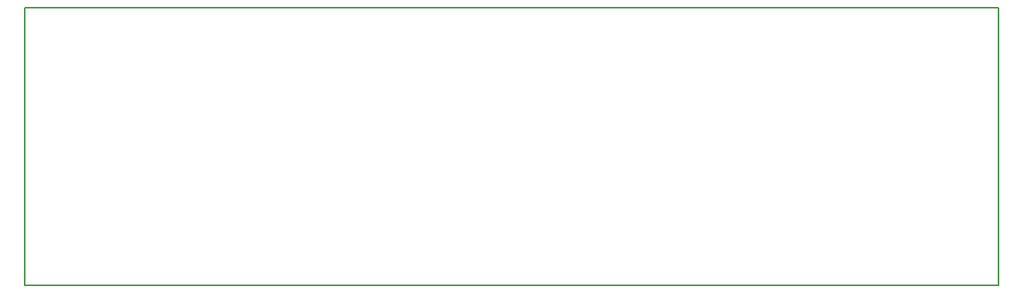
<source format=gbr>
G04 DipTrace 3.0.0.2*
G04 magpie_midi01.GBR*
%MOIN*%
G04 #@! TF.FileFunction,Profile*
G04 #@! TF.Part,Single*
%ADD11C,0.005512*%
%FSLAX26Y26*%
G04*
G70*
G90*
G75*
G01*
G04 BoardOutline*
%LPD*%
X394000Y394000D2*
D11*
Y1594000D1*
X4594000D1*
Y394000D1*
X394000D1*
M02*

</source>
